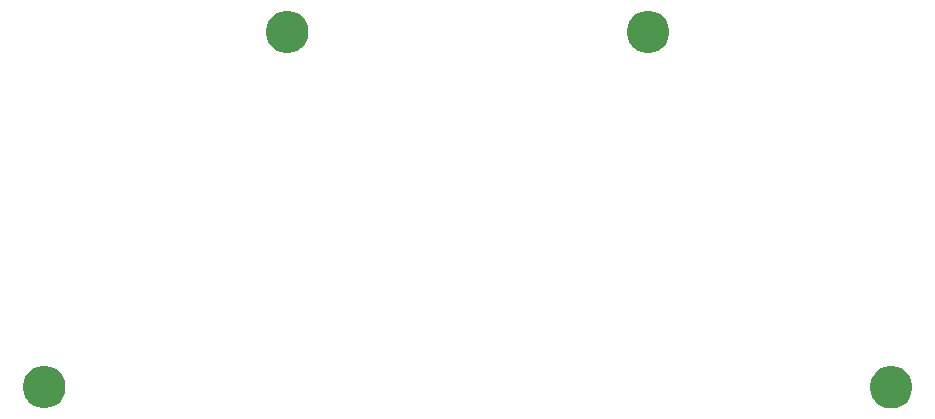
<source format=gbr>
G04 #@! TF.GenerationSoftware,KiCad,Pcbnew,5.0.2+dfsg1-1~bpo9+1*
G04 #@! TF.CreationDate,2019-08-16T14:51:49+01:00*
G04 #@! TF.ProjectId,retro_zero+a_controller,72657472-6f5f-47a6-9572-6f2b615f636f,rev?*
G04 #@! TF.SameCoordinates,Original*
G04 #@! TF.FileFunction,Soldermask,Bot*
G04 #@! TF.FilePolarity,Negative*
%FSLAX46Y46*%
G04 Gerber Fmt 4.6, Leading zero omitted, Abs format (unit mm)*
G04 Created by KiCad (PCBNEW 5.0.2+dfsg1-1~bpo9+1) date Fri 16 Aug 2019 14:51:49 BST*
%MOMM*%
%LPD*%
G01*
G04 APERTURE LIST*
%ADD10C,0.100000*%
G04 APERTURE END LIST*
D10*
G36*
X180827231Y-114625611D02*
X181154992Y-114761374D01*
X181449973Y-114958474D01*
X181700826Y-115209327D01*
X181897926Y-115504308D01*
X182033689Y-115832069D01*
X182102900Y-116180016D01*
X182102900Y-116534784D01*
X182033689Y-116882731D01*
X181897926Y-117210492D01*
X181700826Y-117505473D01*
X181449973Y-117756326D01*
X181154992Y-117953426D01*
X180827231Y-118089189D01*
X180479284Y-118158400D01*
X180124516Y-118158400D01*
X179776569Y-118089189D01*
X179448808Y-117953426D01*
X179153827Y-117756326D01*
X178902974Y-117505473D01*
X178705874Y-117210492D01*
X178570111Y-116882731D01*
X178500900Y-116534784D01*
X178500900Y-116180016D01*
X178570111Y-115832069D01*
X178705874Y-115504308D01*
X178902974Y-115209327D01*
X179153827Y-114958474D01*
X179448808Y-114761374D01*
X179776569Y-114625611D01*
X180124516Y-114556400D01*
X180479284Y-114556400D01*
X180827231Y-114625611D01*
X180827231Y-114625611D01*
G37*
G36*
X109123031Y-114612911D02*
X109450792Y-114748674D01*
X109745773Y-114945774D01*
X109996626Y-115196627D01*
X110193726Y-115491608D01*
X110329489Y-115819369D01*
X110398700Y-116167316D01*
X110398700Y-116522084D01*
X110329489Y-116870031D01*
X110193726Y-117197792D01*
X109996626Y-117492773D01*
X109745773Y-117743626D01*
X109450792Y-117940726D01*
X109123031Y-118076489D01*
X108775084Y-118145700D01*
X108420316Y-118145700D01*
X108072369Y-118076489D01*
X107744608Y-117940726D01*
X107449627Y-117743626D01*
X107198774Y-117492773D01*
X107001674Y-117197792D01*
X106865911Y-116870031D01*
X106796700Y-116522084D01*
X106796700Y-116167316D01*
X106865911Y-115819369D01*
X107001674Y-115491608D01*
X107198774Y-115196627D01*
X107449627Y-114945774D01*
X107744608Y-114748674D01*
X108072369Y-114612911D01*
X108420316Y-114543700D01*
X108775084Y-114543700D01*
X109123031Y-114612911D01*
X109123031Y-114612911D01*
G37*
G36*
X160253231Y-84552011D02*
X160580992Y-84687774D01*
X160875973Y-84884874D01*
X161126826Y-85135727D01*
X161323926Y-85430708D01*
X161459689Y-85758469D01*
X161528900Y-86106416D01*
X161528900Y-86461184D01*
X161459689Y-86809131D01*
X161323926Y-87136892D01*
X161126826Y-87431873D01*
X160875973Y-87682726D01*
X160580992Y-87879826D01*
X160253231Y-88015589D01*
X159905284Y-88084800D01*
X159550516Y-88084800D01*
X159202569Y-88015589D01*
X158874808Y-87879826D01*
X158579827Y-87682726D01*
X158328974Y-87431873D01*
X158131874Y-87136892D01*
X157996111Y-86809131D01*
X157926900Y-86461184D01*
X157926900Y-86106416D01*
X157996111Y-85758469D01*
X158131874Y-85430708D01*
X158328974Y-85135727D01*
X158579827Y-84884874D01*
X158874808Y-84687774D01*
X159202569Y-84552011D01*
X159550516Y-84482800D01*
X159905284Y-84482800D01*
X160253231Y-84552011D01*
X160253231Y-84552011D01*
G37*
G36*
X129697031Y-84552011D02*
X130024792Y-84687774D01*
X130319773Y-84884874D01*
X130570626Y-85135727D01*
X130767726Y-85430708D01*
X130903489Y-85758469D01*
X130972700Y-86106416D01*
X130972700Y-86461184D01*
X130903489Y-86809131D01*
X130767726Y-87136892D01*
X130570626Y-87431873D01*
X130319773Y-87682726D01*
X130024792Y-87879826D01*
X129697031Y-88015589D01*
X129349084Y-88084800D01*
X128994316Y-88084800D01*
X128646369Y-88015589D01*
X128318608Y-87879826D01*
X128023627Y-87682726D01*
X127772774Y-87431873D01*
X127575674Y-87136892D01*
X127439911Y-86809131D01*
X127370700Y-86461184D01*
X127370700Y-86106416D01*
X127439911Y-85758469D01*
X127575674Y-85430708D01*
X127772774Y-85135727D01*
X128023627Y-84884874D01*
X128318608Y-84687774D01*
X128646369Y-84552011D01*
X128994316Y-84482800D01*
X129349084Y-84482800D01*
X129697031Y-84552011D01*
X129697031Y-84552011D01*
G37*
M02*

</source>
